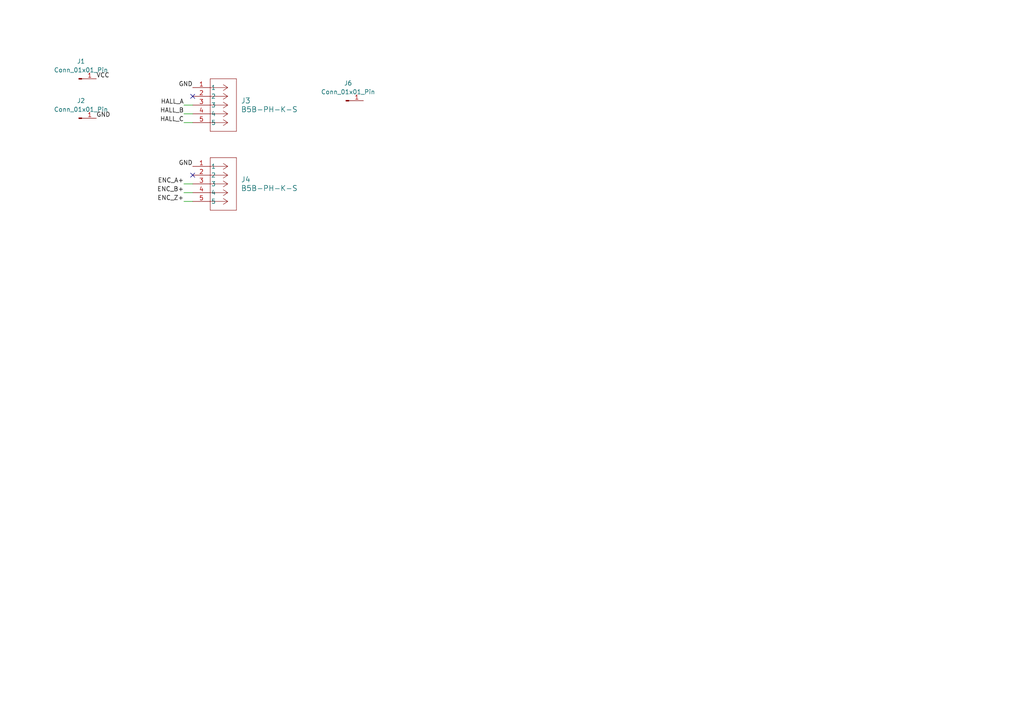
<source format=kicad_sch>
(kicad_sch
	(version 20250114)
	(generator "eeschema")
	(generator_version "9.0")
	(uuid "ee87e821-7000-4a9e-b470-b1ee8211a932")
	(paper "A4")
	(title_block
		(title "Capstone Interfacing PCB")
		(date "2025-05-05")
		(rev "v0")
		(company "Manveer Aujla")
	)
	(lib_symbols
		(symbol "B5B-PH-K-S:B5B-PH-K-S"
			(pin_names
				(offset 0.254)
			)
			(exclude_from_sim no)
			(in_bom yes)
			(on_board yes)
			(property "Reference" "J"
				(at 8.89 6.35 0)
				(effects
					(font
						(size 1.524 1.524)
					)
				)
			)
			(property "Value" "B5B-PH-K-S"
				(at 0 0 0)
				(effects
					(font
						(size 1.524 1.524)
					)
				)
			)
			(property "Footprint" "CONN5X1_B5B-PH-K-S_JST"
				(at 0 0 0)
				(effects
					(font
						(size 1.27 1.27)
						(italic yes)
					)
					(hide yes)
				)
			)
			(property "Datasheet" "B5B-PH-K-S"
				(at 0 0 0)
				(effects
					(font
						(size 1.27 1.27)
						(italic yes)
					)
					(hide yes)
				)
			)
			(property "Description" ""
				(at 0 0 0)
				(effects
					(font
						(size 1.27 1.27)
					)
					(hide yes)
				)
			)
			(property "ki_locked" ""
				(at 0 0 0)
				(effects
					(font
						(size 1.27 1.27)
					)
				)
			)
			(property "ki_keywords" "B5B-PH-K-S"
				(at 0 0 0)
				(effects
					(font
						(size 1.27 1.27)
					)
					(hide yes)
				)
			)
			(property "ki_fp_filters" "CONN5X1_B5B-PH-K-S_JST"
				(at 0 0 0)
				(effects
					(font
						(size 1.27 1.27)
					)
					(hide yes)
				)
			)
			(symbol "B5B-PH-K-S_1_1"
				(polyline
					(pts
						(xy 5.08 2.54) (xy 5.08 -12.7)
					)
					(stroke
						(width 0.127)
						(type default)
					)
					(fill
						(type none)
					)
				)
				(polyline
					(pts
						(xy 5.08 -12.7) (xy 12.7 -12.7)
					)
					(stroke
						(width 0.127)
						(type default)
					)
					(fill
						(type none)
					)
				)
				(polyline
					(pts
						(xy 10.16 0) (xy 5.08 0)
					)
					(stroke
						(width 0.127)
						(type default)
					)
					(fill
						(type none)
					)
				)
				(polyline
					(pts
						(xy 10.16 0) (xy 8.89 0.8467)
					)
					(stroke
						(width 0.127)
						(type default)
					)
					(fill
						(type none)
					)
				)
				(polyline
					(pts
						(xy 10.16 0) (xy 8.89 -0.8467)
					)
					(stroke
						(width 0.127)
						(type default)
					)
					(fill
						(type none)
					)
				)
				(polyline
					(pts
						(xy 10.16 -2.54) (xy 5.08 -2.54)
					)
					(stroke
						(width 0.127)
						(type default)
					)
					(fill
						(type none)
					)
				)
				(polyline
					(pts
						(xy 10.16 -2.54) (xy 8.89 -1.6933)
					)
					(stroke
						(width 0.127)
						(type default)
					)
					(fill
						(type none)
					)
				)
				(polyline
					(pts
						(xy 10.16 -2.54) (xy 8.89 -3.3867)
					)
					(stroke
						(width 0.127)
						(type default)
					)
					(fill
						(type none)
					)
				)
				(polyline
					(pts
						(xy 10.16 -5.08) (xy 5.08 -5.08)
					)
					(stroke
						(width 0.127)
						(type default)
					)
					(fill
						(type none)
					)
				)
				(polyline
					(pts
						(xy 10.16 -5.08) (xy 8.89 -4.2333)
					)
					(stroke
						(width 0.127)
						(type default)
					)
					(fill
						(type none)
					)
				)
				(polyline
					(pts
						(xy 10.16 -5.08) (xy 8.89 -5.9267)
					)
					(stroke
						(width 0.127)
						(type default)
					)
					(fill
						(type none)
					)
				)
				(polyline
					(pts
						(xy 10.16 -7.62) (xy 5.08 -7.62)
					)
					(stroke
						(width 0.127)
						(type default)
					)
					(fill
						(type none)
					)
				)
				(polyline
					(pts
						(xy 10.16 -7.62) (xy 8.89 -6.7733)
					)
					(stroke
						(width 0.127)
						(type default)
					)
					(fill
						(type none)
					)
				)
				(polyline
					(pts
						(xy 10.16 -7.62) (xy 8.89 -8.4667)
					)
					(stroke
						(width 0.127)
						(type default)
					)
					(fill
						(type none)
					)
				)
				(polyline
					(pts
						(xy 10.16 -10.16) (xy 5.08 -10.16)
					)
					(stroke
						(width 0.127)
						(type default)
					)
					(fill
						(type none)
					)
				)
				(polyline
					(pts
						(xy 10.16 -10.16) (xy 8.89 -9.3133)
					)
					(stroke
						(width 0.127)
						(type default)
					)
					(fill
						(type none)
					)
				)
				(polyline
					(pts
						(xy 10.16 -10.16) (xy 8.89 -11.0067)
					)
					(stroke
						(width 0.127)
						(type default)
					)
					(fill
						(type none)
					)
				)
				(polyline
					(pts
						(xy 12.7 2.54) (xy 5.08 2.54)
					)
					(stroke
						(width 0.127)
						(type default)
					)
					(fill
						(type none)
					)
				)
				(polyline
					(pts
						(xy 12.7 -12.7) (xy 12.7 2.54)
					)
					(stroke
						(width 0.127)
						(type default)
					)
					(fill
						(type none)
					)
				)
				(pin unspecified line
					(at 0 0 0)
					(length 5.08)
					(name "1"
						(effects
							(font
								(size 1.27 1.27)
							)
						)
					)
					(number "1"
						(effects
							(font
								(size 1.27 1.27)
							)
						)
					)
				)
				(pin unspecified line
					(at 0 -2.54 0)
					(length 5.08)
					(name "2"
						(effects
							(font
								(size 1.27 1.27)
							)
						)
					)
					(number "2"
						(effects
							(font
								(size 1.27 1.27)
							)
						)
					)
				)
				(pin unspecified line
					(at 0 -5.08 0)
					(length 5.08)
					(name "3"
						(effects
							(font
								(size 1.27 1.27)
							)
						)
					)
					(number "3"
						(effects
							(font
								(size 1.27 1.27)
							)
						)
					)
				)
				(pin unspecified line
					(at 0 -7.62 0)
					(length 5.08)
					(name "4"
						(effects
							(font
								(size 1.27 1.27)
							)
						)
					)
					(number "4"
						(effects
							(font
								(size 1.27 1.27)
							)
						)
					)
				)
				(pin unspecified line
					(at 0 -10.16 0)
					(length 5.08)
					(name "5"
						(effects
							(font
								(size 1.27 1.27)
							)
						)
					)
					(number "5"
						(effects
							(font
								(size 1.27 1.27)
							)
						)
					)
				)
			)
			(symbol "B5B-PH-K-S_1_2"
				(polyline
					(pts
						(xy 5.08 2.54) (xy 5.08 -12.7)
					)
					(stroke
						(width 0.127)
						(type default)
					)
					(fill
						(type none)
					)
				)
				(polyline
					(pts
						(xy 5.08 -12.7) (xy 12.7 -12.7)
					)
					(stroke
						(width 0.127)
						(type default)
					)
					(fill
						(type none)
					)
				)
				(polyline
					(pts
						(xy 7.62 0) (xy 5.08 0)
					)
					(stroke
						(width 0.127)
						(type default)
					)
					(fill
						(type none)
					)
				)
				(polyline
					(pts
						(xy 7.62 0) (xy 8.89 0.8467)
					)
					(stroke
						(width 0.127)
						(type default)
					)
					(fill
						(type none)
					)
				)
				(polyline
					(pts
						(xy 7.62 0) (xy 8.89 -0.8467)
					)
					(stroke
						(width 0.127)
						(type default)
					)
					(fill
						(type none)
					)
				)
				(polyline
					(pts
						(xy 7.62 -2.54) (xy 5.08 -2.54)
					)
					(stroke
						(width 0.127)
						(type default)
					)
					(fill
						(type none)
					)
				)
				(polyline
					(pts
						(xy 7.62 -2.54) (xy 8.89 -1.6933)
					)
					(stroke
						(width 0.127)
						(type default)
					)
					(fill
						(type none)
					)
				)
				(polyline
					(pts
						(xy 7.62 -2.54) (xy 8.89 -3.3867)
					)
					(stroke
						(width 0.127)
						(type default)
					)
					(fill
						(type none)
					)
				)
				(polyline
					(pts
						(xy 7.62 -5.08) (xy 5.08 -5.08)
					)
					(stroke
						(width 0.127)
						(type default)
					)
					(fill
						(type none)
					)
				)
				(polyline
					(pts
						(xy 7.62 -5.08) (xy 8.89 -4.2333)
					)
					(stroke
						(width 0.127)
						(type default)
					)
					(fill
						(type none)
					)
				)
				(polyline
					(pts
						(xy 7.62 -5.08) (xy 8.89 -5.9267)
					)
					(stroke
						(width 0.127)
						(type default)
					)
					(fill
						(type none)
					)
				)
				(polyline
					(pts
						(xy 7.62 -7.62) (xy 5.08 -7.62)
					)
					(stroke
						(width 0.127)
						(type default)
					)
					(fill
						(type none)
					)
				)
				(polyline
					(pts
						(xy 7.62 -7.62) (xy 8.89 -6.7733)
					)
					(stroke
						(width 0.127)
						(type default)
					)
					(fill
						(type none)
					)
				)
				(polyline
					(pts
						(xy 7.62 -7.62) (xy 8.89 -8.4667)
					)
					(stroke
						(width 0.127)
						(type default)
					)
					(fill
						(type none)
					)
				)
				(polyline
					(pts
						(xy 7.62 -10.16) (xy 5.08 -10.16)
					)
					(stroke
						(width 0.127)
						(type default)
					)
					(fill
						(type none)
					)
				)
				(polyline
					(pts
						(xy 7.62 -10.16) (xy 8.89 -9.3133)
					)
					(stroke
						(width 0.127)
						(type default)
					)
					(fill
						(type none)
					)
				)
				(polyline
					(pts
						(xy 7.62 -10.16) (xy 8.89 -11.0067)
					)
					(stroke
						(width 0.127)
						(type default)
					)
					(fill
						(type none)
					)
				)
				(polyline
					(pts
						(xy 12.7 2.54) (xy 5.08 2.54)
					)
					(stroke
						(width 0.127)
						(type default)
					)
					(fill
						(type none)
					)
				)
				(polyline
					(pts
						(xy 12.7 -12.7) (xy 12.7 2.54)
					)
					(stroke
						(width 0.127)
						(type default)
					)
					(fill
						(type none)
					)
				)
				(pin unspecified line
					(at 0 0 0)
					(length 5.08)
					(name "1"
						(effects
							(font
								(size 1.27 1.27)
							)
						)
					)
					(number "1"
						(effects
							(font
								(size 1.27 1.27)
							)
						)
					)
				)
				(pin unspecified line
					(at 0 -2.54 0)
					(length 5.08)
					(name "2"
						(effects
							(font
								(size 1.27 1.27)
							)
						)
					)
					(number "2"
						(effects
							(font
								(size 1.27 1.27)
							)
						)
					)
				)
				(pin unspecified line
					(at 0 -5.08 0)
					(length 5.08)
					(name "3"
						(effects
							(font
								(size 1.27 1.27)
							)
						)
					)
					(number "3"
						(effects
							(font
								(size 1.27 1.27)
							)
						)
					)
				)
				(pin unspecified line
					(at 0 -7.62 0)
					(length 5.08)
					(name "4"
						(effects
							(font
								(size 1.27 1.27)
							)
						)
					)
					(number "4"
						(effects
							(font
								(size 1.27 1.27)
							)
						)
					)
				)
				(pin unspecified line
					(at 0 -10.16 0)
					(length 5.08)
					(name "5"
						(effects
							(font
								(size 1.27 1.27)
							)
						)
					)
					(number "5"
						(effects
							(font
								(size 1.27 1.27)
							)
						)
					)
				)
			)
			(embedded_fonts no)
		)
		(symbol "Connector:Conn_01x01_Pin"
			(pin_names
				(offset 1.016)
				(hide yes)
			)
			(exclude_from_sim no)
			(in_bom yes)
			(on_board yes)
			(property "Reference" "J"
				(at 0 2.54 0)
				(effects
					(font
						(size 1.27 1.27)
					)
				)
			)
			(property "Value" "Conn_01x01_Pin"
				(at 0 -2.54 0)
				(effects
					(font
						(size 1.27 1.27)
					)
				)
			)
			(property "Footprint" ""
				(at 0 0 0)
				(effects
					(font
						(size 1.27 1.27)
					)
					(hide yes)
				)
			)
			(property "Datasheet" "~"
				(at 0 0 0)
				(effects
					(font
						(size 1.27 1.27)
					)
					(hide yes)
				)
			)
			(property "Description" "Generic connector, single row, 01x01, script generated"
				(at 0 0 0)
				(effects
					(font
						(size 1.27 1.27)
					)
					(hide yes)
				)
			)
			(property "ki_locked" ""
				(at 0 0 0)
				(effects
					(font
						(size 1.27 1.27)
					)
				)
			)
			(property "ki_keywords" "connector"
				(at 0 0 0)
				(effects
					(font
						(size 1.27 1.27)
					)
					(hide yes)
				)
			)
			(property "ki_fp_filters" "Connector*:*_1x??_*"
				(at 0 0 0)
				(effects
					(font
						(size 1.27 1.27)
					)
					(hide yes)
				)
			)
			(symbol "Conn_01x01_Pin_1_1"
				(rectangle
					(start 0.8636 0.127)
					(end 0 -0.127)
					(stroke
						(width 0.1524)
						(type default)
					)
					(fill
						(type outline)
					)
				)
				(polyline
					(pts
						(xy 1.27 0) (xy 0.8636 0)
					)
					(stroke
						(width 0.1524)
						(type default)
					)
					(fill
						(type none)
					)
				)
				(pin passive line
					(at 5.08 0 180)
					(length 3.81)
					(name "Pin_1"
						(effects
							(font
								(size 1.27 1.27)
							)
						)
					)
					(number "1"
						(effects
							(font
								(size 1.27 1.27)
							)
						)
					)
				)
			)
			(embedded_fonts no)
		)
	)
	(no_connect
		(at 55.88 50.8)
		(uuid "2a9729ab-3cf4-4e1f-bae7-a87856561611")
	)
	(no_connect
		(at 55.88 27.94)
		(uuid "3f49a0c6-1576-4b9b-87cf-47d05fb3d3f2")
	)
	(wire
		(pts
			(xy 53.34 55.88) (xy 55.88 55.88)
		)
		(stroke
			(width 0)
			(type default)
		)
		(uuid "37003563-1150-4fbf-847c-ce2f1ed32e1a")
	)
	(wire
		(pts
			(xy 53.34 58.42) (xy 55.88 58.42)
		)
		(stroke
			(width 0)
			(type default)
		)
		(uuid "66223031-8432-4876-9daf-3992c3b59125")
	)
	(wire
		(pts
			(xy 53.34 30.48) (xy 55.88 30.48)
		)
		(stroke
			(width 0)
			(type default)
		)
		(uuid "67a1e4e1-24a2-4ee8-8c7f-91f6c155e507")
	)
	(wire
		(pts
			(xy 53.34 53.34) (xy 55.88 53.34)
		)
		(stroke
			(width 0)
			(type default)
		)
		(uuid "6c988906-e50f-46a5-a3a1-289cc3aa2438")
	)
	(wire
		(pts
			(xy 53.34 35.56) (xy 55.88 35.56)
		)
		(stroke
			(width 0)
			(type default)
		)
		(uuid "81f97001-a66f-49f6-a1dc-61febf4a64d0")
	)
	(wire
		(pts
			(xy 53.34 33.02) (xy 55.88 33.02)
		)
		(stroke
			(width 0)
			(type default)
		)
		(uuid "8e997208-dc73-479f-82e0-f6b84efc7771")
	)
	(label "GND"
		(at 27.94 34.29 0)
		(effects
			(font
				(size 1.27 1.27)
			)
			(justify left bottom)
		)
		(uuid "27d5cbe0-b412-41d0-8c60-0ae165ff35c5")
	)
	(label "ENC_Z+"
		(at 53.34 58.42 180)
		(effects
			(font
				(size 1.27 1.27)
			)
			(justify right bottom)
		)
		(uuid "4296d73a-fd08-4456-8b8f-ad827b151c3c")
	)
	(label "GND"
		(at 55.88 25.4 180)
		(effects
			(font
				(size 1.27 1.27)
			)
			(justify right bottom)
		)
		(uuid "66e7b52e-5b5e-4bd2-b8c7-6d682ccea9c0")
	)
	(label "HALL_B"
		(at 53.34 33.02 180)
		(effects
			(font
				(size 1.27 1.27)
			)
			(justify right bottom)
		)
		(uuid "6af4f52a-2f12-46a8-8a9f-ba74795416e2")
	)
	(label "GND"
		(at 55.88 48.26 180)
		(effects
			(font
				(size 1.27 1.27)
			)
			(justify right bottom)
		)
		(uuid "7f9e4c05-3839-4680-8a1d-3f87a23946cf")
	)
	(label "ENC_B+"
		(at 53.34 55.88 180)
		(effects
			(font
				(size 1.27 1.27)
			)
			(justify right bottom)
		)
		(uuid "8b879752-4b12-4835-a4ab-84dbec0a7aa7")
	)
	(label "HALL_C"
		(at 53.34 35.56 180)
		(effects
			(font
				(size 1.27 1.27)
			)
			(justify right bottom)
		)
		(uuid "a9424d57-9025-4db8-8c96-0931557714a3")
	)
	(label "VCC"
		(at 27.94 22.86 0)
		(effects
			(font
				(size 1.27 1.27)
			)
			(justify left bottom)
		)
		(uuid "c274bbb0-6521-4ea3-bea0-b05be33fe594")
	)
	(label "HALL_A"
		(at 53.34 30.48 180)
		(effects
			(font
				(size 1.27 1.27)
			)
			(justify right bottom)
		)
		(uuid "f17f0ecd-599e-4cfe-9e8e-7d187ade5df4")
	)
	(label "ENC_A+"
		(at 53.34 53.34 180)
		(effects
			(font
				(size 1.27 1.27)
			)
			(justify right bottom)
		)
		(uuid "f59611fa-55b2-4afc-a733-f25afc9d13c4")
	)
	(symbol
		(lib_id "Connector:Conn_01x01_Pin")
		(at 100.33 29.21 0)
		(unit 1)
		(exclude_from_sim no)
		(in_bom yes)
		(on_board yes)
		(dnp no)
		(fields_autoplaced yes)
		(uuid "160ee455-6f11-47b7-9db7-a27b93de2240")
		(property "Reference" "J6"
			(at 100.965 24.13 0)
			(effects
				(font
					(size 1.27 1.27)
				)
			)
		)
		(property "Value" "Conn_01x01_Pin"
			(at 100.965 26.67 0)
			(effects
				(font
					(size 1.27 1.27)
				)
			)
		)
		(property "Footprint" ""
			(at 100.33 29.21 0)
			(effects
				(font
					(size 1.27 1.27)
				)
				(hide yes)
			)
		)
		(property "Datasheet" "~"
			(at 100.33 29.21 0)
			(effects
				(font
					(size 1.27 1.27)
				)
				(hide yes)
			)
		)
		(property "Description" "Generic connector, single row, 01x01, script generated"
			(at 100.33 29.21 0)
			(effects
				(font
					(size 1.27 1.27)
				)
				(hide yes)
			)
		)
		(pin "1"
			(uuid "63ee4f76-f8ad-4d54-a06f-3eddd2d48db6")
		)
		(instances
			(project "Capstone_Interfacing_PCB"
				(path "/c30e2bde-420b-4a0a-b6cb-8a1c0bb5b453/733d2164-1781-4786-b795-fe36a9a3795a"
					(reference "J6")
					(unit 1)
				)
			)
		)
	)
	(symbol
		(lib_id "Connector:Conn_01x01_Pin")
		(at 22.86 34.29 0)
		(unit 1)
		(exclude_from_sim no)
		(in_bom yes)
		(on_board yes)
		(dnp no)
		(fields_autoplaced yes)
		(uuid "6b434f61-ba4d-41f9-b4d1-6f3050a41b97")
		(property "Reference" "J2"
			(at 23.495 29.21 0)
			(effects
				(font
					(size 1.27 1.27)
				)
			)
		)
		(property "Value" "Conn_01x01_Pin"
			(at 23.495 31.75 0)
			(effects
				(font
					(size 1.27 1.27)
				)
			)
		)
		(property "Footprint" ""
			(at 22.86 34.29 0)
			(effects
				(font
					(size 1.27 1.27)
				)
				(hide yes)
			)
		)
		(property "Datasheet" "~"
			(at 22.86 34.29 0)
			(effects
				(font
					(size 1.27 1.27)
				)
				(hide yes)
			)
		)
		(property "Description" "Generic connector, single row, 01x01, script generated"
			(at 22.86 34.29 0)
			(effects
				(font
					(size 1.27 1.27)
				)
				(hide yes)
			)
		)
		(pin "1"
			(uuid "595610cd-0812-4381-8df3-1ee125879952")
		)
		(instances
			(project "Capstone_Interfacing_PCB"
				(path "/c30e2bde-420b-4a0a-b6cb-8a1c0bb5b453/733d2164-1781-4786-b795-fe36a9a3795a"
					(reference "J2")
					(unit 1)
				)
			)
		)
	)
	(symbol
		(lib_id "B5B-PH-K-S:B5B-PH-K-S")
		(at 55.88 48.26 0)
		(unit 1)
		(exclude_from_sim no)
		(in_bom yes)
		(on_board yes)
		(dnp no)
		(fields_autoplaced yes)
		(uuid "99744502-bebc-4612-a9a4-98c09e9ffe57")
		(property "Reference" "J4"
			(at 69.85 52.0699 0)
			(effects
				(font
					(size 1.524 1.524)
				)
				(justify left)
			)
		)
		(property "Value" "B5B-PH-K-S"
			(at 69.85 54.6099 0)
			(effects
				(font
					(size 1.524 1.524)
				)
				(justify left)
			)
		)
		(property "Footprint" "Connector_JST:JST_PH_B5B-PH-K_1x05_P2.00mm_Vertical"
			(at 55.88 48.26 0)
			(effects
				(font
					(size 1.27 1.27)
					(italic yes)
				)
				(hide yes)
			)
		)
		(property "Datasheet" "https://www.jst-mfg.com/product/pdf/eng/ePH.pdf"
			(at 55.88 48.26 0)
			(effects
				(font
					(size 1.27 1.27)
					(italic yes)
				)
				(hide yes)
			)
		)
		(property "Description" "Connector Header Through Hole 5 position 0.079\" (2.00mm)"
			(at 55.88 48.26 0)
			(effects
				(font
					(size 1.27 1.27)
				)
				(hide yes)
			)
		)
		(property "Part Number" "B5B-PH-K-S"
			(at 55.88 48.26 0)
			(effects
				(font
					(size 1.27 1.27)
				)
				(hide yes)
			)
		)
		(pin "1"
			(uuid "2cef145d-919f-46ca-91c9-6729338cd453")
		)
		(pin "5"
			(uuid "e588b11f-3474-4ffb-ab6b-baba4b56ed4b")
		)
		(pin "3"
			(uuid "c4144523-db6c-4f40-88d5-e019ea49d652")
		)
		(pin "2"
			(uuid "47e87c72-9803-48e7-9731-768752126367")
		)
		(pin "4"
			(uuid "d44dd8d8-4f7e-42a0-9abd-46fd379cd41f")
		)
		(instances
			(project "Capstone_Interfacing_PCB"
				(path "/c30e2bde-420b-4a0a-b6cb-8a1c0bb5b453/733d2164-1781-4786-b795-fe36a9a3795a"
					(reference "J4")
					(unit 1)
				)
			)
		)
	)
	(symbol
		(lib_id "B5B-PH-K-S:B5B-PH-K-S")
		(at 55.88 25.4 0)
		(unit 1)
		(exclude_from_sim no)
		(in_bom yes)
		(on_board yes)
		(dnp no)
		(fields_autoplaced yes)
		(uuid "b3d0446a-3570-4e52-a7e3-b96f4abb35a4")
		(property "Reference" "J3"
			(at 69.85 29.2099 0)
			(effects
				(font
					(size 1.524 1.524)
				)
				(justify left)
			)
		)
		(property "Value" "B5B-PH-K-S"
			(at 69.85 31.7499 0)
			(effects
				(font
					(size 1.524 1.524)
				)
				(justify left)
			)
		)
		(property "Footprint" "Connector_JST:JST_PH_B5B-PH-K_1x05_P2.00mm_Vertical"
			(at 55.88 25.4 0)
			(effects
				(font
					(size 1.27 1.27)
					(italic yes)
				)
				(hide yes)
			)
		)
		(property "Datasheet" "https://www.jst-mfg.com/product/pdf/eng/ePH.pdf"
			(at 55.88 25.4 0)
			(effects
				(font
					(size 1.27 1.27)
					(italic yes)
				)
				(hide yes)
			)
		)
		(property "Description" "Connector Header Through Hole 5 position 0.079\" (2.00mm)"
			(at 55.88 25.4 0)
			(effects
				(font
					(size 1.27 1.27)
				)
				(hide yes)
			)
		)
		(property "Part Number" "B5B-PH-K-S"
			(at 55.88 25.4 0)
			(effects
				(font
					(size 1.27 1.27)
				)
				(hide yes)
			)
		)
		(pin "1"
			(uuid "d9fd5e7d-e877-4285-bd6e-a13ca1d68bc4")
		)
		(pin "5"
			(uuid "18a30bae-7516-494b-8e03-106577a29070")
		)
		(pin "3"
			(uuid "31ca3590-4931-43cc-a0e3-dca871c81f47")
		)
		(pin "2"
			(uuid "8e912120-ae3b-43ce-9f4c-f5a8bcc805ce")
		)
		(pin "4"
			(uuid "70492f94-aabc-421b-b971-d6f4f65ce984")
		)
		(instances
			(project ""
				(path "/c30e2bde-420b-4a0a-b6cb-8a1c0bb5b453/733d2164-1781-4786-b795-fe36a9a3795a"
					(reference "J3")
					(unit 1)
				)
			)
		)
	)
	(symbol
		(lib_id "Connector:Conn_01x01_Pin")
		(at 22.86 22.86 0)
		(unit 1)
		(exclude_from_sim no)
		(in_bom yes)
		(on_board yes)
		(dnp no)
		(fields_autoplaced yes)
		(uuid "dc9d94c1-24d5-42f1-a0c8-4caa22fe2d5f")
		(property "Reference" "J1"
			(at 23.495 17.78 0)
			(effects
				(font
					(size 1.27 1.27)
				)
			)
		)
		(property "Value" "Conn_01x01_Pin"
			(at 23.495 20.32 0)
			(effects
				(font
					(size 1.27 1.27)
				)
			)
		)
		(property "Footprint" ""
			(at 22.86 22.86 0)
			(effects
				(font
					(size 1.27 1.27)
				)
				(hide yes)
			)
		)
		(property "Datasheet" "~"
			(at 22.86 22.86 0)
			(effects
				(font
					(size 1.27 1.27)
				)
				(hide yes)
			)
		)
		(property "Description" "Generic connector, single row, 01x01, script generated"
			(at 22.86 22.86 0)
			(effects
				(font
					(size 1.27 1.27)
				)
				(hide yes)
			)
		)
		(pin "1"
			(uuid "a4df3e5d-b01e-4e44-935c-c49b59e34aa2")
		)
		(instances
			(project ""
				(path "/c30e2bde-420b-4a0a-b6cb-8a1c0bb5b453/733d2164-1781-4786-b795-fe36a9a3795a"
					(reference "J1")
					(unit 1)
				)
			)
		)
	)
)

</source>
